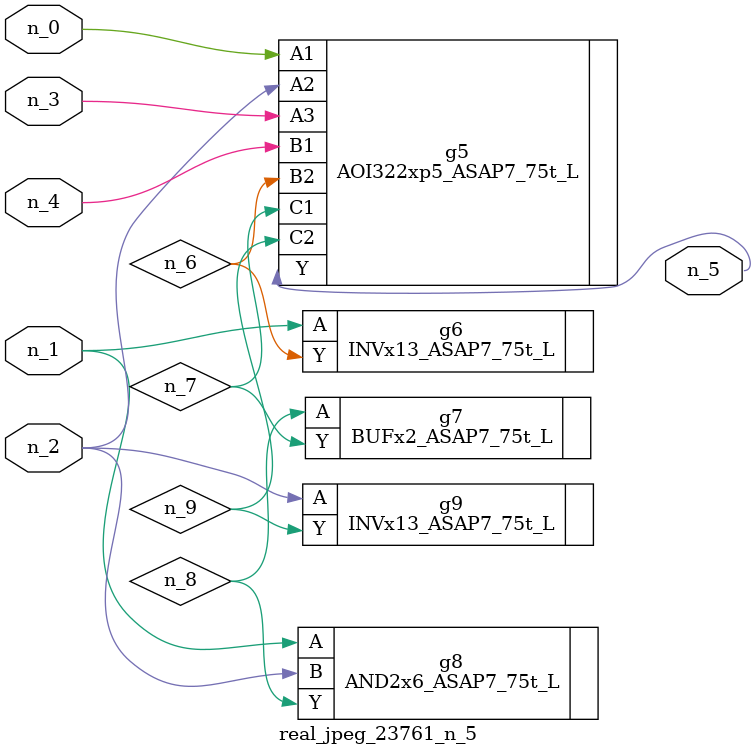
<source format=v>
module real_jpeg_23761_n_5 (n_4, n_0, n_1, n_2, n_3, n_5);

input n_4;
input n_0;
input n_1;
input n_2;
input n_3;

output n_5;

wire n_8;
wire n_6;
wire n_7;
wire n_9;

AOI322xp5_ASAP7_75t_L g5 ( 
.A1(n_0),
.A2(n_2),
.A3(n_3),
.B1(n_4),
.B2(n_6),
.C1(n_7),
.C2(n_9),
.Y(n_5)
);

INVx13_ASAP7_75t_L g6 ( 
.A(n_1),
.Y(n_6)
);

AND2x6_ASAP7_75t_L g8 ( 
.A(n_1),
.B(n_2),
.Y(n_8)
);

INVx13_ASAP7_75t_L g9 ( 
.A(n_2),
.Y(n_9)
);

BUFx2_ASAP7_75t_L g7 ( 
.A(n_8),
.Y(n_7)
);


endmodule
</source>
